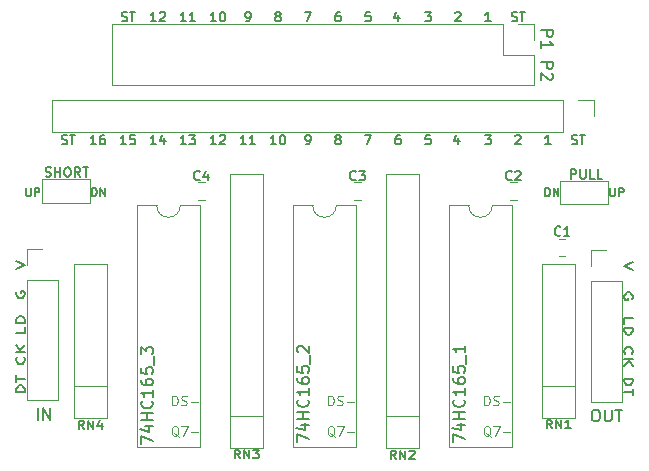
<source format=gbr>
%TF.GenerationSoftware,KiCad,Pcbnew,(6.0.2)*%
%TF.CreationDate,2022-04-10T16:43:31+09:00*%
%TF.ProjectId,joystick-input,6a6f7973-7469-4636-9b2d-696e7075742e,rev?*%
%TF.SameCoordinates,Original*%
%TF.FileFunction,Legend,Top*%
%TF.FilePolarity,Positive*%
%FSLAX46Y46*%
G04 Gerber Fmt 4.6, Leading zero omitted, Abs format (unit mm)*
G04 Created by KiCad (PCBNEW (6.0.2)) date 2022-04-10 16:43:31*
%MOMM*%
%LPD*%
G01*
G04 APERTURE LIST*
%ADD10C,0.150000*%
%ADD11C,0.100000*%
%ADD12C,0.120000*%
G04 APERTURE END LIST*
D10*
X113041866Y-101353857D02*
X112341866Y-101353857D01*
X112341866Y-101115761D01*
X112375200Y-100972904D01*
X112441866Y-100877666D01*
X112508533Y-100830047D01*
X112641866Y-100782428D01*
X112741866Y-100782428D01*
X112875200Y-100830047D01*
X112941866Y-100877666D01*
X113008533Y-100972904D01*
X113041866Y-101115761D01*
X113041866Y-101353857D01*
X112341866Y-100496714D02*
X112341866Y-99925285D01*
X113041866Y-100211000D02*
X112341866Y-100211000D01*
X116179666Y-80333809D02*
X116293952Y-80371904D01*
X116484428Y-80371904D01*
X116560619Y-80333809D01*
X116598714Y-80295714D01*
X116636809Y-80219523D01*
X116636809Y-80143333D01*
X116598714Y-80067142D01*
X116560619Y-80029047D01*
X116484428Y-79990952D01*
X116332047Y-79952857D01*
X116255857Y-79914761D01*
X116217761Y-79876666D01*
X116179666Y-79800476D01*
X116179666Y-79724285D01*
X116217761Y-79648095D01*
X116255857Y-79610000D01*
X116332047Y-79571904D01*
X116522523Y-79571904D01*
X116636809Y-79610000D01*
X116865380Y-79571904D02*
X117322523Y-79571904D01*
X117093952Y-80371904D02*
X117093952Y-79571904D01*
D11*
X125558685Y-102451904D02*
X125558685Y-101651904D01*
X125749161Y-101651904D01*
X125863447Y-101690000D01*
X125939638Y-101766190D01*
X125977733Y-101842380D01*
X126015828Y-101994761D01*
X126015828Y-102109047D01*
X125977733Y-102261428D01*
X125939638Y-102337619D01*
X125863447Y-102413809D01*
X125749161Y-102451904D01*
X125558685Y-102451904D01*
X126320590Y-102413809D02*
X126434876Y-102451904D01*
X126625352Y-102451904D01*
X126701542Y-102413809D01*
X126739638Y-102375714D01*
X126777733Y-102299523D01*
X126777733Y-102223333D01*
X126739638Y-102147142D01*
X126701542Y-102109047D01*
X126625352Y-102070952D01*
X126472971Y-102032857D01*
X126396780Y-101994761D01*
X126358685Y-101956666D01*
X126320590Y-101880476D01*
X126320590Y-101804285D01*
X126358685Y-101728095D01*
X126396780Y-101690000D01*
X126472971Y-101651904D01*
X126663447Y-101651904D01*
X126777733Y-101690000D01*
X127120590Y-102147142D02*
X127730114Y-102147142D01*
X126072971Y-105104095D02*
X125996780Y-105066000D01*
X125920590Y-104989809D01*
X125806304Y-104875523D01*
X125730114Y-104837428D01*
X125653923Y-104837428D01*
X125692019Y-105027904D02*
X125615828Y-104989809D01*
X125539638Y-104913619D01*
X125501542Y-104761238D01*
X125501542Y-104494571D01*
X125539638Y-104342190D01*
X125615828Y-104266000D01*
X125692019Y-104227904D01*
X125844400Y-104227904D01*
X125920590Y-104266000D01*
X125996780Y-104342190D01*
X126034876Y-104494571D01*
X126034876Y-104761238D01*
X125996780Y-104913619D01*
X125920590Y-104989809D01*
X125844400Y-105027904D01*
X125692019Y-105027904D01*
X126301542Y-104227904D02*
X126834876Y-104227904D01*
X126492019Y-105027904D01*
X127139638Y-104723142D02*
X127749161Y-104723142D01*
X151974685Y-102451904D02*
X151974685Y-101651904D01*
X152165161Y-101651904D01*
X152279447Y-101690000D01*
X152355638Y-101766190D01*
X152393733Y-101842380D01*
X152431828Y-101994761D01*
X152431828Y-102109047D01*
X152393733Y-102261428D01*
X152355638Y-102337619D01*
X152279447Y-102413809D01*
X152165161Y-102451904D01*
X151974685Y-102451904D01*
X152736590Y-102413809D02*
X152850876Y-102451904D01*
X153041352Y-102451904D01*
X153117542Y-102413809D01*
X153155638Y-102375714D01*
X153193733Y-102299523D01*
X153193733Y-102223333D01*
X153155638Y-102147142D01*
X153117542Y-102109047D01*
X153041352Y-102070952D01*
X152888971Y-102032857D01*
X152812780Y-101994761D01*
X152774685Y-101956666D01*
X152736590Y-101880476D01*
X152736590Y-101804285D01*
X152774685Y-101728095D01*
X152812780Y-101690000D01*
X152888971Y-101651904D01*
X153079447Y-101651904D01*
X153193733Y-101690000D01*
X153536590Y-102147142D02*
X154146114Y-102147142D01*
X152488971Y-105104095D02*
X152412780Y-105066000D01*
X152336590Y-104989809D01*
X152222304Y-104875523D01*
X152146114Y-104837428D01*
X152069923Y-104837428D01*
X152108019Y-105027904D02*
X152031828Y-104989809D01*
X151955638Y-104913619D01*
X151917542Y-104761238D01*
X151917542Y-104494571D01*
X151955638Y-104342190D01*
X152031828Y-104266000D01*
X152108019Y-104227904D01*
X152260400Y-104227904D01*
X152336590Y-104266000D01*
X152412780Y-104342190D01*
X152450876Y-104494571D01*
X152450876Y-104761238D01*
X152412780Y-104913619D01*
X152336590Y-104989809D01*
X152260400Y-105027904D01*
X152108019Y-105027904D01*
X152717542Y-104227904D02*
X153250876Y-104227904D01*
X152908019Y-105027904D01*
X153555638Y-104723142D02*
X154165161Y-104723142D01*
D10*
X119100619Y-80371904D02*
X118643476Y-80371904D01*
X118872047Y-80371904D02*
X118872047Y-79571904D01*
X118795857Y-79686190D01*
X118719666Y-79762380D01*
X118643476Y-79800476D01*
X119786333Y-79571904D02*
X119633952Y-79571904D01*
X119557761Y-79610000D01*
X119519666Y-79648095D01*
X119443476Y-79762380D01*
X119405380Y-79914761D01*
X119405380Y-80219523D01*
X119443476Y-80295714D01*
X119481571Y-80333809D01*
X119557761Y-80371904D01*
X119710142Y-80371904D01*
X119786333Y-80333809D01*
X119824428Y-80295714D01*
X119862523Y-80219523D01*
X119862523Y-80029047D01*
X119824428Y-79952857D01*
X119786333Y-79914761D01*
X119710142Y-79876666D01*
X119557761Y-79876666D01*
X119481571Y-79914761D01*
X119443476Y-79952857D01*
X119405380Y-80029047D01*
X126720619Y-80371904D02*
X126263476Y-80371904D01*
X126492047Y-80371904D02*
X126492047Y-79571904D01*
X126415857Y-79686190D01*
X126339666Y-79762380D01*
X126263476Y-79800476D01*
X126987285Y-79571904D02*
X127482523Y-79571904D01*
X127215857Y-79876666D01*
X127330142Y-79876666D01*
X127406333Y-79914761D01*
X127444428Y-79952857D01*
X127482523Y-80029047D01*
X127482523Y-80219523D01*
X127444428Y-80295714D01*
X127406333Y-80333809D01*
X127330142Y-80371904D01*
X127101571Y-80371904D01*
X127025380Y-80333809D01*
X126987285Y-80295714D01*
X129260619Y-69957904D02*
X128803476Y-69957904D01*
X129032047Y-69957904D02*
X129032047Y-69157904D01*
X128955857Y-69272190D01*
X128879666Y-69348380D01*
X128803476Y-69386476D01*
X129755857Y-69157904D02*
X129832047Y-69157904D01*
X129908238Y-69196000D01*
X129946333Y-69234095D01*
X129984428Y-69310285D01*
X130022523Y-69462666D01*
X130022523Y-69653142D01*
X129984428Y-69805523D01*
X129946333Y-69881714D01*
X129908238Y-69919809D01*
X129832047Y-69957904D01*
X129755857Y-69957904D01*
X129679666Y-69919809D01*
X129641571Y-69881714D01*
X129603476Y-69805523D01*
X129565380Y-69653142D01*
X129565380Y-69462666D01*
X129603476Y-69310285D01*
X129641571Y-69234095D01*
X129679666Y-69196000D01*
X129755857Y-69157904D01*
X134416809Y-69500761D02*
X134340619Y-69462666D01*
X134302523Y-69424571D01*
X134264428Y-69348380D01*
X134264428Y-69310285D01*
X134302523Y-69234095D01*
X134340619Y-69196000D01*
X134416809Y-69157904D01*
X134569190Y-69157904D01*
X134645380Y-69196000D01*
X134683476Y-69234095D01*
X134721571Y-69310285D01*
X134721571Y-69348380D01*
X134683476Y-69424571D01*
X134645380Y-69462666D01*
X134569190Y-69500761D01*
X134416809Y-69500761D01*
X134340619Y-69538857D01*
X134302523Y-69576952D01*
X134264428Y-69653142D01*
X134264428Y-69805523D01*
X134302523Y-69881714D01*
X134340619Y-69919809D01*
X134416809Y-69957904D01*
X134569190Y-69957904D01*
X134645380Y-69919809D01*
X134683476Y-69881714D01*
X134721571Y-69805523D01*
X134721571Y-69653142D01*
X134683476Y-69576952D01*
X134645380Y-69538857D01*
X134569190Y-69500761D01*
X139725380Y-69157904D02*
X139573000Y-69157904D01*
X139496809Y-69196000D01*
X139458714Y-69234095D01*
X139382523Y-69348380D01*
X139344428Y-69500761D01*
X139344428Y-69805523D01*
X139382523Y-69881714D01*
X139420619Y-69919809D01*
X139496809Y-69957904D01*
X139649190Y-69957904D01*
X139725380Y-69919809D01*
X139763476Y-69881714D01*
X139801571Y-69805523D01*
X139801571Y-69615047D01*
X139763476Y-69538857D01*
X139725380Y-69500761D01*
X139649190Y-69462666D01*
X139496809Y-69462666D01*
X139420619Y-69500761D01*
X139382523Y-69538857D01*
X139344428Y-69615047D01*
X136766333Y-69157904D02*
X137299666Y-69157904D01*
X136956809Y-69957904D01*
X131800619Y-69957904D02*
X131953000Y-69957904D01*
X132029190Y-69919809D01*
X132067285Y-69881714D01*
X132143476Y-69767428D01*
X132181571Y-69615047D01*
X132181571Y-69310285D01*
X132143476Y-69234095D01*
X132105380Y-69196000D01*
X132029190Y-69157904D01*
X131876809Y-69157904D01*
X131800619Y-69196000D01*
X131762523Y-69234095D01*
X131724428Y-69310285D01*
X131724428Y-69500761D01*
X131762523Y-69576952D01*
X131800619Y-69615047D01*
X131876809Y-69653142D01*
X132029190Y-69653142D01*
X132105380Y-69615047D01*
X132143476Y-69576952D01*
X132181571Y-69500761D01*
X144678380Y-69424571D02*
X144678380Y-69957904D01*
X144487904Y-69119809D02*
X144297428Y-69691238D01*
X144792666Y-69691238D01*
X149504428Y-69234095D02*
X149542523Y-69196000D01*
X149618714Y-69157904D01*
X149809190Y-69157904D01*
X149885380Y-69196000D01*
X149923476Y-69234095D01*
X149961571Y-69310285D01*
X149961571Y-69386476D01*
X149923476Y-69500761D01*
X149466333Y-69957904D01*
X149961571Y-69957904D01*
X152501571Y-69957904D02*
X152044428Y-69957904D01*
X152273000Y-69957904D02*
X152273000Y-69157904D01*
X152196809Y-69272190D01*
X152120619Y-69348380D01*
X152044428Y-69386476D01*
X142303476Y-69157904D02*
X141922523Y-69157904D01*
X141884428Y-69538857D01*
X141922523Y-69500761D01*
X141998714Y-69462666D01*
X142189190Y-69462666D01*
X142265380Y-69500761D01*
X142303476Y-69538857D01*
X142341571Y-69615047D01*
X142341571Y-69805523D01*
X142303476Y-69881714D01*
X142265380Y-69919809D01*
X142189190Y-69957904D01*
X141998714Y-69957904D01*
X141922523Y-69919809D01*
X141884428Y-69881714D01*
X126720619Y-69957904D02*
X126263476Y-69957904D01*
X126492047Y-69957904D02*
X126492047Y-69157904D01*
X126415857Y-69272190D01*
X126339666Y-69348380D01*
X126263476Y-69386476D01*
X127482523Y-69957904D02*
X127025380Y-69957904D01*
X127253952Y-69957904D02*
X127253952Y-69157904D01*
X127177761Y-69272190D01*
X127101571Y-69348380D01*
X127025380Y-69386476D01*
X124180619Y-69957904D02*
X123723476Y-69957904D01*
X123952047Y-69957904D02*
X123952047Y-69157904D01*
X123875857Y-69272190D01*
X123799666Y-69348380D01*
X123723476Y-69386476D01*
X124485380Y-69234095D02*
X124523476Y-69196000D01*
X124599666Y-69157904D01*
X124790142Y-69157904D01*
X124866333Y-69196000D01*
X124904428Y-69234095D01*
X124942523Y-69310285D01*
X124942523Y-69386476D01*
X124904428Y-69500761D01*
X124447285Y-69957904D01*
X124942523Y-69957904D01*
X154279666Y-69919809D02*
X154393952Y-69957904D01*
X154584428Y-69957904D01*
X154660619Y-69919809D01*
X154698714Y-69881714D01*
X154736809Y-69805523D01*
X154736809Y-69729333D01*
X154698714Y-69653142D01*
X154660619Y-69615047D01*
X154584428Y-69576952D01*
X154432047Y-69538857D01*
X154355857Y-69500761D01*
X154317761Y-69462666D01*
X154279666Y-69386476D01*
X154279666Y-69310285D01*
X154317761Y-69234095D01*
X154355857Y-69196000D01*
X154432047Y-69157904D01*
X154622523Y-69157904D01*
X154736809Y-69196000D01*
X154965380Y-69157904D02*
X155422523Y-69157904D01*
X155193952Y-69957904D02*
X155193952Y-69157904D01*
X146926333Y-69157904D02*
X147421571Y-69157904D01*
X147154904Y-69462666D01*
X147269190Y-69462666D01*
X147345380Y-69500761D01*
X147383476Y-69538857D01*
X147421571Y-69615047D01*
X147421571Y-69805523D01*
X147383476Y-69881714D01*
X147345380Y-69919809D01*
X147269190Y-69957904D01*
X147040619Y-69957904D01*
X146964428Y-69919809D01*
X146926333Y-69881714D01*
X121259666Y-69919809D02*
X121373952Y-69957904D01*
X121564428Y-69957904D01*
X121640619Y-69919809D01*
X121678714Y-69881714D01*
X121716809Y-69805523D01*
X121716809Y-69729333D01*
X121678714Y-69653142D01*
X121640619Y-69615047D01*
X121564428Y-69576952D01*
X121412047Y-69538857D01*
X121335857Y-69500761D01*
X121297761Y-69462666D01*
X121259666Y-69386476D01*
X121259666Y-69310285D01*
X121297761Y-69234095D01*
X121335857Y-69196000D01*
X121412047Y-69157904D01*
X121602523Y-69157904D01*
X121716809Y-69196000D01*
X121945380Y-69157904D02*
X122402523Y-69157904D01*
X122173952Y-69957904D02*
X122173952Y-69157904D01*
X141846333Y-79571904D02*
X142379666Y-79571904D01*
X142036809Y-80371904D01*
X154584428Y-79648095D02*
X154622523Y-79610000D01*
X154698714Y-79571904D01*
X154889190Y-79571904D01*
X154965380Y-79610000D01*
X155003476Y-79648095D01*
X155041571Y-79724285D01*
X155041571Y-79800476D01*
X155003476Y-79914761D01*
X154546333Y-80371904D01*
X155041571Y-80371904D01*
X157581571Y-80371904D02*
X157124428Y-80371904D01*
X157353000Y-80371904D02*
X157353000Y-79571904D01*
X157276809Y-79686190D01*
X157200619Y-79762380D01*
X157124428Y-79800476D01*
X136880619Y-80371904D02*
X137033000Y-80371904D01*
X137109190Y-80333809D01*
X137147285Y-80295714D01*
X137223476Y-80181428D01*
X137261571Y-80029047D01*
X137261571Y-79724285D01*
X137223476Y-79648095D01*
X137185380Y-79610000D01*
X137109190Y-79571904D01*
X136956809Y-79571904D01*
X136880619Y-79610000D01*
X136842523Y-79648095D01*
X136804428Y-79724285D01*
X136804428Y-79914761D01*
X136842523Y-79990952D01*
X136880619Y-80029047D01*
X136956809Y-80067142D01*
X137109190Y-80067142D01*
X137185380Y-80029047D01*
X137223476Y-79990952D01*
X137261571Y-79914761D01*
X131800619Y-80371904D02*
X131343476Y-80371904D01*
X131572047Y-80371904D02*
X131572047Y-79571904D01*
X131495857Y-79686190D01*
X131419666Y-79762380D01*
X131343476Y-79800476D01*
X132562523Y-80371904D02*
X132105380Y-80371904D01*
X132333952Y-80371904D02*
X132333952Y-79571904D01*
X132257761Y-79686190D01*
X132181571Y-79762380D01*
X132105380Y-79800476D01*
X139496809Y-79914761D02*
X139420619Y-79876666D01*
X139382523Y-79838571D01*
X139344428Y-79762380D01*
X139344428Y-79724285D01*
X139382523Y-79648095D01*
X139420619Y-79610000D01*
X139496809Y-79571904D01*
X139649190Y-79571904D01*
X139725380Y-79610000D01*
X139763476Y-79648095D01*
X139801571Y-79724285D01*
X139801571Y-79762380D01*
X139763476Y-79838571D01*
X139725380Y-79876666D01*
X139649190Y-79914761D01*
X139496809Y-79914761D01*
X139420619Y-79952857D01*
X139382523Y-79990952D01*
X139344428Y-80067142D01*
X139344428Y-80219523D01*
X139382523Y-80295714D01*
X139420619Y-80333809D01*
X139496809Y-80371904D01*
X139649190Y-80371904D01*
X139725380Y-80333809D01*
X139763476Y-80295714D01*
X139801571Y-80219523D01*
X139801571Y-80067142D01*
X139763476Y-79990952D01*
X139725380Y-79952857D01*
X139649190Y-79914761D01*
X134340619Y-80371904D02*
X133883476Y-80371904D01*
X134112047Y-80371904D02*
X134112047Y-79571904D01*
X134035857Y-79686190D01*
X133959666Y-79762380D01*
X133883476Y-79800476D01*
X134835857Y-79571904D02*
X134912047Y-79571904D01*
X134988238Y-79610000D01*
X135026333Y-79648095D01*
X135064428Y-79724285D01*
X135102523Y-79876666D01*
X135102523Y-80067142D01*
X135064428Y-80219523D01*
X135026333Y-80295714D01*
X134988238Y-80333809D01*
X134912047Y-80371904D01*
X134835857Y-80371904D01*
X134759666Y-80333809D01*
X134721571Y-80295714D01*
X134683476Y-80219523D01*
X134645380Y-80067142D01*
X134645380Y-79876666D01*
X134683476Y-79724285D01*
X134721571Y-79648095D01*
X134759666Y-79610000D01*
X134835857Y-79571904D01*
X149758380Y-79838571D02*
X149758380Y-80371904D01*
X149567904Y-79533809D02*
X149377428Y-80105238D01*
X149872666Y-80105238D01*
X129260619Y-80371904D02*
X128803476Y-80371904D01*
X129032047Y-80371904D02*
X129032047Y-79571904D01*
X128955857Y-79686190D01*
X128879666Y-79762380D01*
X128803476Y-79800476D01*
X129565380Y-79648095D02*
X129603476Y-79610000D01*
X129679666Y-79571904D01*
X129870142Y-79571904D01*
X129946333Y-79610000D01*
X129984428Y-79648095D01*
X130022523Y-79724285D01*
X130022523Y-79800476D01*
X129984428Y-79914761D01*
X129527285Y-80371904D01*
X130022523Y-80371904D01*
X159359666Y-80333809D02*
X159473952Y-80371904D01*
X159664428Y-80371904D01*
X159740619Y-80333809D01*
X159778714Y-80295714D01*
X159816809Y-80219523D01*
X159816809Y-80143333D01*
X159778714Y-80067142D01*
X159740619Y-80029047D01*
X159664428Y-79990952D01*
X159512047Y-79952857D01*
X159435857Y-79914761D01*
X159397761Y-79876666D01*
X159359666Y-79800476D01*
X159359666Y-79724285D01*
X159397761Y-79648095D01*
X159435857Y-79610000D01*
X159512047Y-79571904D01*
X159702523Y-79571904D01*
X159816809Y-79610000D01*
X160045380Y-79571904D02*
X160502523Y-79571904D01*
X160273952Y-80371904D02*
X160273952Y-79571904D01*
X152006333Y-79571904D02*
X152501571Y-79571904D01*
X152234904Y-79876666D01*
X152349190Y-79876666D01*
X152425380Y-79914761D01*
X152463476Y-79952857D01*
X152501571Y-80029047D01*
X152501571Y-80219523D01*
X152463476Y-80295714D01*
X152425380Y-80333809D01*
X152349190Y-80371904D01*
X152120619Y-80371904D01*
X152044428Y-80333809D01*
X152006333Y-80295714D01*
X147383476Y-79571904D02*
X147002523Y-79571904D01*
X146964428Y-79952857D01*
X147002523Y-79914761D01*
X147078714Y-79876666D01*
X147269190Y-79876666D01*
X147345380Y-79914761D01*
X147383476Y-79952857D01*
X147421571Y-80029047D01*
X147421571Y-80219523D01*
X147383476Y-80295714D01*
X147345380Y-80333809D01*
X147269190Y-80371904D01*
X147078714Y-80371904D01*
X147002523Y-80333809D01*
X146964428Y-80295714D01*
X144805380Y-79571904D02*
X144653000Y-79571904D01*
X144576809Y-79610000D01*
X144538714Y-79648095D01*
X144462523Y-79762380D01*
X144424428Y-79914761D01*
X144424428Y-80219523D01*
X144462523Y-80295714D01*
X144500619Y-80333809D01*
X144576809Y-80371904D01*
X144729190Y-80371904D01*
X144805380Y-80333809D01*
X144843476Y-80295714D01*
X144881571Y-80219523D01*
X144881571Y-80029047D01*
X144843476Y-79952857D01*
X144805380Y-79914761D01*
X144729190Y-79876666D01*
X144576809Y-79876666D01*
X144500619Y-79914761D01*
X144462523Y-79952857D01*
X144424428Y-80029047D01*
X163818133Y-95567523D02*
X163818133Y-95091333D01*
X164518133Y-95091333D01*
X163818133Y-95900857D02*
X164518133Y-95900857D01*
X164518133Y-96138952D01*
X164484800Y-96281809D01*
X164418133Y-96377047D01*
X164351466Y-96424666D01*
X164218133Y-96472285D01*
X164118133Y-96472285D01*
X163984800Y-96424666D01*
X163918133Y-96377047D01*
X163851466Y-96281809D01*
X163818133Y-96138952D01*
X163818133Y-95900857D01*
X112375200Y-92829095D02*
X112341866Y-92924333D01*
X112341866Y-93067190D01*
X112375200Y-93210047D01*
X112441866Y-93305285D01*
X112508533Y-93352904D01*
X112641866Y-93400523D01*
X112741866Y-93400523D01*
X112875200Y-93352904D01*
X112941866Y-93305285D01*
X113008533Y-93210047D01*
X113041866Y-93067190D01*
X113041866Y-92971952D01*
X113008533Y-92829095D01*
X112975200Y-92781476D01*
X112741866Y-92781476D01*
X112741866Y-92971952D01*
X113041866Y-95821476D02*
X113041866Y-96297666D01*
X112341866Y-96297666D01*
X113041866Y-95488142D02*
X112341866Y-95488142D01*
X112341866Y-95250047D01*
X112375200Y-95107190D01*
X112441866Y-95011952D01*
X112508533Y-94964333D01*
X112641866Y-94916714D01*
X112741866Y-94916714D01*
X112875200Y-94964333D01*
X112941866Y-95011952D01*
X113008533Y-95107190D01*
X113041866Y-95250047D01*
X113041866Y-95488142D01*
X161306000Y-102830380D02*
X161496476Y-102830380D01*
X161591714Y-102878000D01*
X161686952Y-102973238D01*
X161734571Y-103163714D01*
X161734571Y-103497047D01*
X161686952Y-103687523D01*
X161591714Y-103782761D01*
X161496476Y-103830380D01*
X161306000Y-103830380D01*
X161210761Y-103782761D01*
X161115523Y-103687523D01*
X161067904Y-103497047D01*
X161067904Y-103163714D01*
X161115523Y-102973238D01*
X161210761Y-102878000D01*
X161306000Y-102830380D01*
X162163142Y-102830380D02*
X162163142Y-103639904D01*
X162210761Y-103735142D01*
X162258380Y-103782761D01*
X162353619Y-103830380D01*
X162544095Y-103830380D01*
X162639333Y-103782761D01*
X162686952Y-103735142D01*
X162734571Y-103639904D01*
X162734571Y-102830380D01*
X163067904Y-102830380D02*
X163639333Y-102830380D01*
X163353619Y-103830380D02*
X163353619Y-102830380D01*
X112975200Y-98361476D02*
X113008533Y-98409095D01*
X113041866Y-98551952D01*
X113041866Y-98647190D01*
X113008533Y-98790047D01*
X112941866Y-98885285D01*
X112875200Y-98932904D01*
X112741866Y-98980523D01*
X112641866Y-98980523D01*
X112508533Y-98932904D01*
X112441866Y-98885285D01*
X112375200Y-98790047D01*
X112341866Y-98647190D01*
X112341866Y-98551952D01*
X112375200Y-98409095D01*
X112408533Y-98361476D01*
X113041866Y-97932904D02*
X112341866Y-97932904D01*
X113041866Y-97361476D02*
X112641866Y-97790047D01*
X112341866Y-97361476D02*
X112741866Y-97932904D01*
X114814571Y-83077009D02*
X114928857Y-83115104D01*
X115119333Y-83115104D01*
X115195523Y-83077009D01*
X115233619Y-83038914D01*
X115271714Y-82962723D01*
X115271714Y-82886533D01*
X115233619Y-82810342D01*
X115195523Y-82772247D01*
X115119333Y-82734152D01*
X114966952Y-82696057D01*
X114890761Y-82657961D01*
X114852666Y-82619866D01*
X114814571Y-82543676D01*
X114814571Y-82467485D01*
X114852666Y-82391295D01*
X114890761Y-82353200D01*
X114966952Y-82315104D01*
X115157428Y-82315104D01*
X115271714Y-82353200D01*
X115614571Y-83115104D02*
X115614571Y-82315104D01*
X115614571Y-82696057D02*
X116071714Y-82696057D01*
X116071714Y-83115104D02*
X116071714Y-82315104D01*
X116605047Y-82315104D02*
X116757428Y-82315104D01*
X116833619Y-82353200D01*
X116909809Y-82429390D01*
X116947904Y-82581771D01*
X116947904Y-82848438D01*
X116909809Y-83000819D01*
X116833619Y-83077009D01*
X116757428Y-83115104D01*
X116605047Y-83115104D01*
X116528857Y-83077009D01*
X116452666Y-83000819D01*
X116414571Y-82848438D01*
X116414571Y-82581771D01*
X116452666Y-82429390D01*
X116528857Y-82353200D01*
X116605047Y-82315104D01*
X117747904Y-83115104D02*
X117481238Y-82734152D01*
X117290761Y-83115104D02*
X117290761Y-82315104D01*
X117595523Y-82315104D01*
X117671714Y-82353200D01*
X117709809Y-82391295D01*
X117747904Y-82467485D01*
X117747904Y-82581771D01*
X117709809Y-82657961D01*
X117671714Y-82696057D01*
X117595523Y-82734152D01*
X117290761Y-82734152D01*
X117976476Y-82315104D02*
X118433619Y-82315104D01*
X118205047Y-83115104D02*
X118205047Y-82315104D01*
X121640619Y-80371904D02*
X121183476Y-80371904D01*
X121412047Y-80371904D02*
X121412047Y-79571904D01*
X121335857Y-79686190D01*
X121259666Y-79762380D01*
X121183476Y-79800476D01*
X122364428Y-79571904D02*
X121983476Y-79571904D01*
X121945380Y-79952857D01*
X121983476Y-79914761D01*
X122059666Y-79876666D01*
X122250142Y-79876666D01*
X122326333Y-79914761D01*
X122364428Y-79952857D01*
X122402523Y-80029047D01*
X122402523Y-80219523D01*
X122364428Y-80295714D01*
X122326333Y-80333809D01*
X122250142Y-80371904D01*
X122059666Y-80371904D01*
X121983476Y-80333809D01*
X121945380Y-80295714D01*
X164518133Y-90344666D02*
X163818133Y-90678000D01*
X164518133Y-91011333D01*
X112341866Y-90884333D02*
X113041866Y-90551000D01*
X112341866Y-90217666D01*
X114157190Y-103703380D02*
X114157190Y-102703380D01*
X114633380Y-103703380D02*
X114633380Y-102703380D01*
X115204809Y-103703380D01*
X115204809Y-102703380D01*
X163818133Y-100195142D02*
X164518133Y-100195142D01*
X164518133Y-100433238D01*
X164484800Y-100576095D01*
X164418133Y-100671333D01*
X164351466Y-100718952D01*
X164218133Y-100766571D01*
X164118133Y-100766571D01*
X163984800Y-100718952D01*
X163918133Y-100671333D01*
X163851466Y-100576095D01*
X163818133Y-100433238D01*
X163818133Y-100195142D01*
X164518133Y-101052285D02*
X164518133Y-101623714D01*
X163818133Y-101338000D02*
X164518133Y-101338000D01*
X164484800Y-93479904D02*
X164518133Y-93384666D01*
X164518133Y-93241809D01*
X164484800Y-93098952D01*
X164418133Y-93003714D01*
X164351466Y-92956095D01*
X164218133Y-92908476D01*
X164118133Y-92908476D01*
X163984800Y-92956095D01*
X163918133Y-93003714D01*
X163851466Y-93098952D01*
X163818133Y-93241809D01*
X163818133Y-93337047D01*
X163851466Y-93479904D01*
X163884800Y-93527523D01*
X164118133Y-93527523D01*
X164118133Y-93337047D01*
X159302609Y-83267504D02*
X159302609Y-82467504D01*
X159607371Y-82467504D01*
X159683561Y-82505600D01*
X159721657Y-82543695D01*
X159759752Y-82619885D01*
X159759752Y-82734171D01*
X159721657Y-82810361D01*
X159683561Y-82848457D01*
X159607371Y-82886552D01*
X159302609Y-82886552D01*
X160102609Y-82467504D02*
X160102609Y-83115123D01*
X160140704Y-83191314D01*
X160178800Y-83229409D01*
X160254990Y-83267504D01*
X160407371Y-83267504D01*
X160483561Y-83229409D01*
X160521657Y-83191314D01*
X160559752Y-83115123D01*
X160559752Y-82467504D01*
X161321657Y-83267504D02*
X160940704Y-83267504D01*
X160940704Y-82467504D01*
X161969276Y-83267504D02*
X161588323Y-83267504D01*
X161588323Y-82467504D01*
D11*
X138766685Y-102451904D02*
X138766685Y-101651904D01*
X138957161Y-101651904D01*
X139071447Y-101690000D01*
X139147638Y-101766190D01*
X139185733Y-101842380D01*
X139223828Y-101994761D01*
X139223828Y-102109047D01*
X139185733Y-102261428D01*
X139147638Y-102337619D01*
X139071447Y-102413809D01*
X138957161Y-102451904D01*
X138766685Y-102451904D01*
X139528590Y-102413809D02*
X139642876Y-102451904D01*
X139833352Y-102451904D01*
X139909542Y-102413809D01*
X139947638Y-102375714D01*
X139985733Y-102299523D01*
X139985733Y-102223333D01*
X139947638Y-102147142D01*
X139909542Y-102109047D01*
X139833352Y-102070952D01*
X139680971Y-102032857D01*
X139604780Y-101994761D01*
X139566685Y-101956666D01*
X139528590Y-101880476D01*
X139528590Y-101804285D01*
X139566685Y-101728095D01*
X139604780Y-101690000D01*
X139680971Y-101651904D01*
X139871447Y-101651904D01*
X139985733Y-101690000D01*
X140328590Y-102147142D02*
X140938114Y-102147142D01*
X139280971Y-105104095D02*
X139204780Y-105066000D01*
X139128590Y-104989809D01*
X139014304Y-104875523D01*
X138938114Y-104837428D01*
X138861923Y-104837428D01*
X138900019Y-105027904D02*
X138823828Y-104989809D01*
X138747638Y-104913619D01*
X138709542Y-104761238D01*
X138709542Y-104494571D01*
X138747638Y-104342190D01*
X138823828Y-104266000D01*
X138900019Y-104227904D01*
X139052400Y-104227904D01*
X139128590Y-104266000D01*
X139204780Y-104342190D01*
X139242876Y-104494571D01*
X139242876Y-104761238D01*
X139204780Y-104913619D01*
X139128590Y-104989809D01*
X139052400Y-105027904D01*
X138900019Y-105027904D01*
X139509542Y-104227904D02*
X140042876Y-104227904D01*
X139700019Y-105027904D01*
X140347638Y-104723142D02*
X140957161Y-104723142D01*
D10*
X163884800Y-98107523D02*
X163851466Y-98059904D01*
X163818133Y-97917047D01*
X163818133Y-97821809D01*
X163851466Y-97678952D01*
X163918133Y-97583714D01*
X163984800Y-97536095D01*
X164118133Y-97488476D01*
X164218133Y-97488476D01*
X164351466Y-97536095D01*
X164418133Y-97583714D01*
X164484800Y-97678952D01*
X164518133Y-97821809D01*
X164518133Y-97917047D01*
X164484800Y-98059904D01*
X164451466Y-98107523D01*
X163818133Y-98536095D02*
X164518133Y-98536095D01*
X163818133Y-99107523D02*
X164218133Y-98678952D01*
X164518133Y-99107523D02*
X164118133Y-98536095D01*
X124180619Y-80371904D02*
X123723476Y-80371904D01*
X123952047Y-80371904D02*
X123952047Y-79571904D01*
X123875857Y-79686190D01*
X123799666Y-79762380D01*
X123723476Y-79800476D01*
X124866333Y-79838571D02*
X124866333Y-80371904D01*
X124675857Y-79533809D02*
X124485380Y-80105238D01*
X124980619Y-80105238D01*
X156773619Y-70675761D02*
X157773619Y-70675761D01*
X157773619Y-71056714D01*
X157726000Y-71151952D01*
X157678380Y-71199571D01*
X157583142Y-71247190D01*
X157440285Y-71247190D01*
X157345047Y-71199571D01*
X157297428Y-71151952D01*
X157249809Y-71056714D01*
X157249809Y-70675761D01*
X156773619Y-72199571D02*
X156773619Y-71628142D01*
X156773619Y-71913857D02*
X157773619Y-71913857D01*
X157630761Y-71818619D01*
X157535523Y-71723380D01*
X157487904Y-71628142D01*
X156773619Y-73390047D02*
X157773619Y-73390047D01*
X157773619Y-73771000D01*
X157726000Y-73866238D01*
X157678380Y-73913857D01*
X157583142Y-73961476D01*
X157440285Y-73961476D01*
X157345047Y-73913857D01*
X157297428Y-73866238D01*
X157249809Y-73771000D01*
X157249809Y-73390047D01*
X157678380Y-74342428D02*
X157726000Y-74390047D01*
X157773619Y-74485285D01*
X157773619Y-74723380D01*
X157726000Y-74818619D01*
X157678380Y-74866238D01*
X157583142Y-74913857D01*
X157487904Y-74913857D01*
X157345047Y-74866238D01*
X156773619Y-74294809D01*
X156773619Y-74913857D01*
%TO.C,74HC165_1*%
X149312380Y-105592047D02*
X149312380Y-104925380D01*
X150312380Y-105353952D01*
X149645714Y-104115857D02*
X150312380Y-104115857D01*
X149264761Y-104353952D02*
X149979047Y-104592047D01*
X149979047Y-103973000D01*
X150312380Y-103592047D02*
X149312380Y-103592047D01*
X149788571Y-103592047D02*
X149788571Y-103020619D01*
X150312380Y-103020619D02*
X149312380Y-103020619D01*
X150217142Y-101973000D02*
X150264761Y-102020619D01*
X150312380Y-102163476D01*
X150312380Y-102258714D01*
X150264761Y-102401571D01*
X150169523Y-102496809D01*
X150074285Y-102544428D01*
X149883809Y-102592047D01*
X149740952Y-102592047D01*
X149550476Y-102544428D01*
X149455238Y-102496809D01*
X149360000Y-102401571D01*
X149312380Y-102258714D01*
X149312380Y-102163476D01*
X149360000Y-102020619D01*
X149407619Y-101973000D01*
X150312380Y-101020619D02*
X150312380Y-101592047D01*
X150312380Y-101306333D02*
X149312380Y-101306333D01*
X149455238Y-101401571D01*
X149550476Y-101496809D01*
X149598095Y-101592047D01*
X149312380Y-100163476D02*
X149312380Y-100353952D01*
X149360000Y-100449190D01*
X149407619Y-100496809D01*
X149550476Y-100592047D01*
X149740952Y-100639666D01*
X150121904Y-100639666D01*
X150217142Y-100592047D01*
X150264761Y-100544428D01*
X150312380Y-100449190D01*
X150312380Y-100258714D01*
X150264761Y-100163476D01*
X150217142Y-100115857D01*
X150121904Y-100068238D01*
X149883809Y-100068238D01*
X149788571Y-100115857D01*
X149740952Y-100163476D01*
X149693333Y-100258714D01*
X149693333Y-100449190D01*
X149740952Y-100544428D01*
X149788571Y-100592047D01*
X149883809Y-100639666D01*
X149312380Y-99163476D02*
X149312380Y-99639666D01*
X149788571Y-99687285D01*
X149740952Y-99639666D01*
X149693333Y-99544428D01*
X149693333Y-99306333D01*
X149740952Y-99211095D01*
X149788571Y-99163476D01*
X149883809Y-99115857D01*
X150121904Y-99115857D01*
X150217142Y-99163476D01*
X150264761Y-99211095D01*
X150312380Y-99306333D01*
X150312380Y-99544428D01*
X150264761Y-99639666D01*
X150217142Y-99687285D01*
X150407619Y-98925380D02*
X150407619Y-98163476D01*
X150312380Y-97401571D02*
X150312380Y-97973000D01*
X150312380Y-97687285D02*
X149312380Y-97687285D01*
X149455238Y-97782523D01*
X149550476Y-97877761D01*
X149598095Y-97973000D01*
%TO.C,74HC165_2*%
X136104380Y-105592047D02*
X136104380Y-104925380D01*
X137104380Y-105353952D01*
X136437714Y-104115857D02*
X137104380Y-104115857D01*
X136056761Y-104353952D02*
X136771047Y-104592047D01*
X136771047Y-103973000D01*
X137104380Y-103592047D02*
X136104380Y-103592047D01*
X136580571Y-103592047D02*
X136580571Y-103020619D01*
X137104380Y-103020619D02*
X136104380Y-103020619D01*
X137009142Y-101973000D02*
X137056761Y-102020619D01*
X137104380Y-102163476D01*
X137104380Y-102258714D01*
X137056761Y-102401571D01*
X136961523Y-102496809D01*
X136866285Y-102544428D01*
X136675809Y-102592047D01*
X136532952Y-102592047D01*
X136342476Y-102544428D01*
X136247238Y-102496809D01*
X136152000Y-102401571D01*
X136104380Y-102258714D01*
X136104380Y-102163476D01*
X136152000Y-102020619D01*
X136199619Y-101973000D01*
X137104380Y-101020619D02*
X137104380Y-101592047D01*
X137104380Y-101306333D02*
X136104380Y-101306333D01*
X136247238Y-101401571D01*
X136342476Y-101496809D01*
X136390095Y-101592047D01*
X136104380Y-100163476D02*
X136104380Y-100353952D01*
X136152000Y-100449190D01*
X136199619Y-100496809D01*
X136342476Y-100592047D01*
X136532952Y-100639666D01*
X136913904Y-100639666D01*
X137009142Y-100592047D01*
X137056761Y-100544428D01*
X137104380Y-100449190D01*
X137104380Y-100258714D01*
X137056761Y-100163476D01*
X137009142Y-100115857D01*
X136913904Y-100068238D01*
X136675809Y-100068238D01*
X136580571Y-100115857D01*
X136532952Y-100163476D01*
X136485333Y-100258714D01*
X136485333Y-100449190D01*
X136532952Y-100544428D01*
X136580571Y-100592047D01*
X136675809Y-100639666D01*
X136104380Y-99163476D02*
X136104380Y-99639666D01*
X136580571Y-99687285D01*
X136532952Y-99639666D01*
X136485333Y-99544428D01*
X136485333Y-99306333D01*
X136532952Y-99211095D01*
X136580571Y-99163476D01*
X136675809Y-99115857D01*
X136913904Y-99115857D01*
X137009142Y-99163476D01*
X137056761Y-99211095D01*
X137104380Y-99306333D01*
X137104380Y-99544428D01*
X137056761Y-99639666D01*
X137009142Y-99687285D01*
X137199619Y-98925380D02*
X137199619Y-98163476D01*
X136199619Y-97973000D02*
X136152000Y-97925380D01*
X136104380Y-97830142D01*
X136104380Y-97592047D01*
X136152000Y-97496809D01*
X136199619Y-97449190D01*
X136294857Y-97401571D01*
X136390095Y-97401571D01*
X136532952Y-97449190D01*
X137104380Y-98020619D01*
X137104380Y-97401571D01*
%TO.C,C3*%
X141090666Y-83343714D02*
X141052571Y-83381809D01*
X140938285Y-83419904D01*
X140862095Y-83419904D01*
X140747809Y-83381809D01*
X140671619Y-83305619D01*
X140633523Y-83229428D01*
X140595428Y-83077047D01*
X140595428Y-82962761D01*
X140633523Y-82810380D01*
X140671619Y-82734190D01*
X140747809Y-82658000D01*
X140862095Y-82619904D01*
X140938285Y-82619904D01*
X141052571Y-82658000D01*
X141090666Y-82696095D01*
X141357333Y-82619904D02*
X141852571Y-82619904D01*
X141585904Y-82924666D01*
X141700190Y-82924666D01*
X141776380Y-82962761D01*
X141814476Y-83000857D01*
X141852571Y-83077047D01*
X141852571Y-83267523D01*
X141814476Y-83343714D01*
X141776380Y-83381809D01*
X141700190Y-83419904D01*
X141471619Y-83419904D01*
X141395428Y-83381809D01*
X141357333Y-83343714D01*
%TO.C,C4*%
X127882666Y-83343714D02*
X127844571Y-83381809D01*
X127730285Y-83419904D01*
X127654095Y-83419904D01*
X127539809Y-83381809D01*
X127463619Y-83305619D01*
X127425523Y-83229428D01*
X127387428Y-83077047D01*
X127387428Y-82962761D01*
X127425523Y-82810380D01*
X127463619Y-82734190D01*
X127539809Y-82658000D01*
X127654095Y-82619904D01*
X127730285Y-82619904D01*
X127844571Y-82658000D01*
X127882666Y-82696095D01*
X128568380Y-82886571D02*
X128568380Y-83419904D01*
X128377904Y-82581809D02*
X128187428Y-83153238D01*
X128682666Y-83153238D01*
%TO.C,RN1*%
X157689619Y-104405866D02*
X157422952Y-104072533D01*
X157232476Y-104405866D02*
X157232476Y-103705866D01*
X157537238Y-103705866D01*
X157613428Y-103739200D01*
X157651523Y-103772533D01*
X157689619Y-103839200D01*
X157689619Y-103939200D01*
X157651523Y-104005866D01*
X157613428Y-104039200D01*
X157537238Y-104072533D01*
X157232476Y-104072533D01*
X158032476Y-104405866D02*
X158032476Y-103705866D01*
X158489619Y-104405866D01*
X158489619Y-103705866D01*
X159289619Y-104405866D02*
X158832476Y-104405866D01*
X159061047Y-104405866D02*
X159061047Y-103705866D01*
X158984857Y-103805866D01*
X158908666Y-103872533D01*
X158832476Y-103905866D01*
%TO.C,RN4*%
X118065619Y-104456666D02*
X117798952Y-104123333D01*
X117608476Y-104456666D02*
X117608476Y-103756666D01*
X117913238Y-103756666D01*
X117989428Y-103790000D01*
X118027523Y-103823333D01*
X118065619Y-103890000D01*
X118065619Y-103990000D01*
X118027523Y-104056666D01*
X117989428Y-104090000D01*
X117913238Y-104123333D01*
X117608476Y-104123333D01*
X118408476Y-104456666D02*
X118408476Y-103756666D01*
X118865619Y-104456666D01*
X118865619Y-103756666D01*
X119589428Y-103990000D02*
X119589428Y-104456666D01*
X119398952Y-103723333D02*
X119208476Y-104223333D01*
X119703714Y-104223333D01*
%TO.C,RN2*%
X144481619Y-106996666D02*
X144214952Y-106663333D01*
X144024476Y-106996666D02*
X144024476Y-106296666D01*
X144329238Y-106296666D01*
X144405428Y-106330000D01*
X144443523Y-106363333D01*
X144481619Y-106430000D01*
X144481619Y-106530000D01*
X144443523Y-106596666D01*
X144405428Y-106630000D01*
X144329238Y-106663333D01*
X144024476Y-106663333D01*
X144824476Y-106996666D02*
X144824476Y-106296666D01*
X145281619Y-106996666D01*
X145281619Y-106296666D01*
X145624476Y-106363333D02*
X145662571Y-106330000D01*
X145738761Y-106296666D01*
X145929238Y-106296666D01*
X146005428Y-106330000D01*
X146043523Y-106363333D01*
X146081619Y-106430000D01*
X146081619Y-106496666D01*
X146043523Y-106596666D01*
X145586380Y-106996666D01*
X146081619Y-106996666D01*
%TO.C,74HC165_3*%
X122896380Y-105719047D02*
X122896380Y-105052380D01*
X123896380Y-105480952D01*
X123229714Y-104242857D02*
X123896380Y-104242857D01*
X122848761Y-104480952D02*
X123563047Y-104719047D01*
X123563047Y-104100000D01*
X123896380Y-103719047D02*
X122896380Y-103719047D01*
X123372571Y-103719047D02*
X123372571Y-103147619D01*
X123896380Y-103147619D02*
X122896380Y-103147619D01*
X123801142Y-102100000D02*
X123848761Y-102147619D01*
X123896380Y-102290476D01*
X123896380Y-102385714D01*
X123848761Y-102528571D01*
X123753523Y-102623809D01*
X123658285Y-102671428D01*
X123467809Y-102719047D01*
X123324952Y-102719047D01*
X123134476Y-102671428D01*
X123039238Y-102623809D01*
X122944000Y-102528571D01*
X122896380Y-102385714D01*
X122896380Y-102290476D01*
X122944000Y-102147619D01*
X122991619Y-102100000D01*
X123896380Y-101147619D02*
X123896380Y-101719047D01*
X123896380Y-101433333D02*
X122896380Y-101433333D01*
X123039238Y-101528571D01*
X123134476Y-101623809D01*
X123182095Y-101719047D01*
X122896380Y-100290476D02*
X122896380Y-100480952D01*
X122944000Y-100576190D01*
X122991619Y-100623809D01*
X123134476Y-100719047D01*
X123324952Y-100766666D01*
X123705904Y-100766666D01*
X123801142Y-100719047D01*
X123848761Y-100671428D01*
X123896380Y-100576190D01*
X123896380Y-100385714D01*
X123848761Y-100290476D01*
X123801142Y-100242857D01*
X123705904Y-100195238D01*
X123467809Y-100195238D01*
X123372571Y-100242857D01*
X123324952Y-100290476D01*
X123277333Y-100385714D01*
X123277333Y-100576190D01*
X123324952Y-100671428D01*
X123372571Y-100719047D01*
X123467809Y-100766666D01*
X122896380Y-99290476D02*
X122896380Y-99766666D01*
X123372571Y-99814285D01*
X123324952Y-99766666D01*
X123277333Y-99671428D01*
X123277333Y-99433333D01*
X123324952Y-99338095D01*
X123372571Y-99290476D01*
X123467809Y-99242857D01*
X123705904Y-99242857D01*
X123801142Y-99290476D01*
X123848761Y-99338095D01*
X123896380Y-99433333D01*
X123896380Y-99671428D01*
X123848761Y-99766666D01*
X123801142Y-99814285D01*
X123991619Y-99052380D02*
X123991619Y-98290476D01*
X122896380Y-98147619D02*
X122896380Y-97528571D01*
X123277333Y-97861904D01*
X123277333Y-97719047D01*
X123324952Y-97623809D01*
X123372571Y-97576190D01*
X123467809Y-97528571D01*
X123705904Y-97528571D01*
X123801142Y-97576190D01*
X123848761Y-97623809D01*
X123896380Y-97719047D01*
X123896380Y-98004761D01*
X123848761Y-98100000D01*
X123801142Y-98147619D01*
%TO.C,RN3*%
X131273619Y-106945866D02*
X131006952Y-106612533D01*
X130816476Y-106945866D02*
X130816476Y-106245866D01*
X131121238Y-106245866D01*
X131197428Y-106279200D01*
X131235523Y-106312533D01*
X131273619Y-106379200D01*
X131273619Y-106479200D01*
X131235523Y-106545866D01*
X131197428Y-106579200D01*
X131121238Y-106612533D01*
X130816476Y-106612533D01*
X131616476Y-106945866D02*
X131616476Y-106245866D01*
X132073619Y-106945866D01*
X132073619Y-106245866D01*
X132378380Y-106245866D02*
X132873619Y-106245866D01*
X132606952Y-106512533D01*
X132721238Y-106512533D01*
X132797428Y-106545866D01*
X132835523Y-106579200D01*
X132873619Y-106645866D01*
X132873619Y-106812533D01*
X132835523Y-106879200D01*
X132797428Y-106912533D01*
X132721238Y-106945866D01*
X132492666Y-106945866D01*
X132416476Y-106912533D01*
X132378380Y-106879200D01*
%TO.C,C2*%
X154298666Y-83343714D02*
X154260571Y-83381809D01*
X154146285Y-83419904D01*
X154070095Y-83419904D01*
X153955809Y-83381809D01*
X153879619Y-83305619D01*
X153841523Y-83229428D01*
X153803428Y-83077047D01*
X153803428Y-82962761D01*
X153841523Y-82810380D01*
X153879619Y-82734190D01*
X153955809Y-82658000D01*
X154070095Y-82619904D01*
X154146285Y-82619904D01*
X154260571Y-82658000D01*
X154298666Y-82696095D01*
X154603428Y-82696095D02*
X154641523Y-82658000D01*
X154717714Y-82619904D01*
X154908190Y-82619904D01*
X154984380Y-82658000D01*
X155022476Y-82696095D01*
X155060571Y-82772285D01*
X155060571Y-82848476D01*
X155022476Y-82962761D01*
X154565333Y-83419904D01*
X155060571Y-83419904D01*
%TO.C,SHORT1*%
X113165800Y-84046266D02*
X113165800Y-84612933D01*
X113199133Y-84679600D01*
X113232466Y-84712933D01*
X113299133Y-84746266D01*
X113432466Y-84746266D01*
X113499133Y-84712933D01*
X113532466Y-84679600D01*
X113565800Y-84612933D01*
X113565800Y-84046266D01*
X113899133Y-84746266D02*
X113899133Y-84046266D01*
X114165800Y-84046266D01*
X114232466Y-84079600D01*
X114265800Y-84112933D01*
X114299133Y-84179600D01*
X114299133Y-84279600D01*
X114265800Y-84346266D01*
X114232466Y-84379600D01*
X114165800Y-84412933D01*
X113899133Y-84412933D01*
X118753800Y-84746266D02*
X118753800Y-84046266D01*
X118920466Y-84046266D01*
X119020466Y-84079600D01*
X119087133Y-84146266D01*
X119120466Y-84212933D01*
X119153800Y-84346266D01*
X119153800Y-84446266D01*
X119120466Y-84579600D01*
X119087133Y-84646266D01*
X119020466Y-84712933D01*
X118920466Y-84746266D01*
X118753800Y-84746266D01*
X119453800Y-84746266D02*
X119453800Y-84046266D01*
X119853800Y-84746266D01*
X119853800Y-84046266D01*
%TO.C,PULL1*%
X162619600Y-84046266D02*
X162619600Y-84612933D01*
X162652933Y-84679600D01*
X162686266Y-84712933D01*
X162752933Y-84746266D01*
X162886266Y-84746266D01*
X162952933Y-84712933D01*
X162986266Y-84679600D01*
X163019600Y-84612933D01*
X163019600Y-84046266D01*
X163352933Y-84746266D02*
X163352933Y-84046266D01*
X163619600Y-84046266D01*
X163686266Y-84079600D01*
X163719600Y-84112933D01*
X163752933Y-84179600D01*
X163752933Y-84279600D01*
X163719600Y-84346266D01*
X163686266Y-84379600D01*
X163619600Y-84412933D01*
X163352933Y-84412933D01*
X157133200Y-84746266D02*
X157133200Y-84046266D01*
X157299866Y-84046266D01*
X157399866Y-84079600D01*
X157466533Y-84146266D01*
X157499866Y-84212933D01*
X157533200Y-84346266D01*
X157533200Y-84446266D01*
X157499866Y-84579600D01*
X157466533Y-84646266D01*
X157399866Y-84712933D01*
X157299866Y-84746266D01*
X157133200Y-84746266D01*
X157833200Y-84746266D02*
X157833200Y-84046266D01*
X158233200Y-84746266D01*
X158233200Y-84046266D01*
%TO.C,C1*%
X158413466Y-88042714D02*
X158375371Y-88080809D01*
X158261085Y-88118904D01*
X158184895Y-88118904D01*
X158070609Y-88080809D01*
X157994419Y-88004619D01*
X157956323Y-87928428D01*
X157918228Y-87776047D01*
X157918228Y-87661761D01*
X157956323Y-87509380D01*
X157994419Y-87433190D01*
X158070609Y-87357000D01*
X158184895Y-87318904D01*
X158261085Y-87318904D01*
X158375371Y-87357000D01*
X158413466Y-87395095D01*
X159175371Y-88118904D02*
X158718228Y-88118904D01*
X158946800Y-88118904D02*
X158946800Y-87318904D01*
X158870609Y-87433190D01*
X158794419Y-87509380D01*
X158718228Y-87547476D01*
D12*
%TO.C,J2*%
X153543000Y-72771000D02*
X156143000Y-72771000D01*
X120463000Y-70171000D02*
X120463000Y-75371000D01*
X156143000Y-72771000D02*
X156143000Y-75371000D01*
X156143000Y-70171000D02*
X156143000Y-71501000D01*
X156143000Y-75371000D02*
X120463000Y-75371000D01*
X153543000Y-70171000D02*
X120463000Y-70171000D01*
X153543000Y-70171000D02*
X153543000Y-72771000D01*
X154813000Y-70171000D02*
X156143000Y-70171000D01*
%TO.C,IN1*%
X115884000Y-91821000D02*
X115884000Y-102041000D01*
X113224000Y-89221000D02*
X114554000Y-89221000D01*
X113224000Y-90551000D02*
X113224000Y-89221000D01*
X113224000Y-102041000D02*
X115884000Y-102041000D01*
X113224000Y-91821000D02*
X113224000Y-102041000D01*
X113224000Y-91821000D02*
X115884000Y-91821000D01*
%TO.C,J1*%
X161223000Y-76648000D02*
X161223000Y-77978000D01*
X158623000Y-76648000D02*
X115383000Y-76648000D01*
X158623000Y-79308000D02*
X115383000Y-79308000D01*
X158623000Y-76648000D02*
X158623000Y-79308000D01*
X115383000Y-76648000D02*
X115383000Y-79308000D01*
X159893000Y-76648000D02*
X161223000Y-76648000D01*
%TO.C,74HC165_1*%
X148988000Y-85538000D02*
X148988000Y-105978000D01*
X154288000Y-85538000D02*
X152638000Y-85538000D01*
X148988000Y-105978000D02*
X154288000Y-105978000D01*
X154288000Y-105978000D02*
X154288000Y-85538000D01*
X150638000Y-85538000D02*
X148988000Y-85538000D01*
X150638000Y-85538000D02*
G75*
G03*
X152638000Y-85538000I1000000J0D01*
G01*
%TO.C,74HC165_2*%
X141080000Y-105978000D02*
X141080000Y-85538000D01*
X135780000Y-85538000D02*
X135780000Y-105978000D01*
X137430000Y-85538000D02*
X135780000Y-85538000D01*
X141080000Y-85538000D02*
X139430000Y-85538000D01*
X135780000Y-105978000D02*
X141080000Y-105978000D01*
X137430000Y-85538000D02*
G75*
G03*
X139430000Y-85538000I1000000J0D01*
G01*
%TO.C,C3*%
X141485252Y-83593000D02*
X140962748Y-83593000D01*
X141485252Y-85063000D02*
X140962748Y-85063000D01*
%TO.C,C4*%
X128277252Y-85063000D02*
X127754748Y-85063000D01*
X128277252Y-83593000D02*
X127754748Y-83593000D01*
%TO.C,RN1*%
X156842000Y-100838000D02*
X159642000Y-100838000D01*
X159642000Y-90508000D02*
X156842000Y-90508000D01*
X156842000Y-90508000D02*
X156842000Y-103548000D01*
X159642000Y-103548000D02*
X159642000Y-90508000D01*
X156842000Y-103548000D02*
X159642000Y-103548000D01*
%TO.C,RN4*%
X120018000Y-90508000D02*
X117218000Y-90508000D01*
X117218000Y-103548000D02*
X120018000Y-103548000D01*
X117218000Y-100838000D02*
X120018000Y-100838000D01*
X117218000Y-90508000D02*
X117218000Y-103548000D01*
X120018000Y-103548000D02*
X120018000Y-90508000D01*
%TO.C,RN2*%
X146434000Y-82903000D02*
X143634000Y-82903000D01*
X143634000Y-103393000D02*
X146434000Y-103393000D01*
X143634000Y-82903000D02*
X143634000Y-106103000D01*
X146434000Y-106103000D02*
X146434000Y-82903000D01*
X143634000Y-106103000D02*
X146434000Y-106103000D01*
%TO.C,74HC165_3*%
X127872000Y-105978000D02*
X127872000Y-85538000D01*
X124222000Y-85538000D02*
X122572000Y-85538000D01*
X127872000Y-85538000D02*
X126222000Y-85538000D01*
X122572000Y-105978000D02*
X127872000Y-105978000D01*
X122572000Y-85538000D02*
X122572000Y-105978000D01*
X124222000Y-85538000D02*
G75*
G03*
X126222000Y-85538000I1000000J0D01*
G01*
%TO.C,RN3*%
X130426000Y-82888000D02*
X130426000Y-106088000D01*
X130426000Y-106088000D02*
X133226000Y-106088000D01*
X130426000Y-103378000D02*
X133226000Y-103378000D01*
X133226000Y-82888000D02*
X130426000Y-82888000D01*
X133226000Y-106088000D02*
X133226000Y-82888000D01*
%TO.C,C2*%
X154693252Y-85063000D02*
X154170748Y-85063000D01*
X154693252Y-83593000D02*
X154170748Y-83593000D01*
%TO.C,OUT1*%
X160976000Y-89348000D02*
X162306000Y-89348000D01*
X160976000Y-90678000D02*
X160976000Y-89348000D01*
X160976000Y-91948000D02*
X160976000Y-102168000D01*
X160976000Y-91948000D02*
X163636000Y-91948000D01*
X160976000Y-102168000D02*
X163636000Y-102168000D01*
X163636000Y-91948000D02*
X163636000Y-102168000D01*
%TO.C,SHORT1*%
X114485200Y-85302600D02*
X114485200Y-83302600D01*
X118585200Y-85302600D02*
X114485200Y-85302600D01*
X118585200Y-83302600D02*
X118585200Y-85302600D01*
X114485200Y-83302600D02*
X118585200Y-83302600D01*
%TO.C,PULL1*%
X162476400Y-83429600D02*
X162476400Y-85429600D01*
X162476400Y-85429600D02*
X158376400Y-85429600D01*
X158376400Y-83429600D02*
X162476400Y-83429600D01*
X158376400Y-85429600D02*
X158376400Y-83429600D01*
%TO.C,C1*%
X158808052Y-88368200D02*
X158285548Y-88368200D01*
X158808052Y-89838200D02*
X158285548Y-89838200D01*
%TD*%
M02*

</source>
